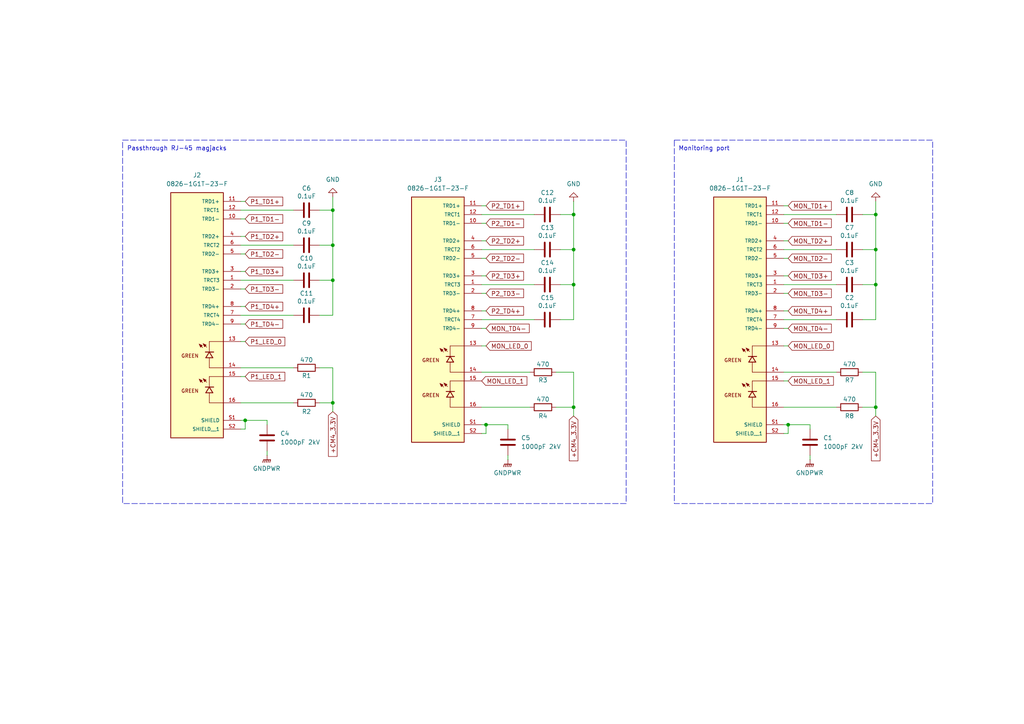
<source format=kicad_sch>
(kicad_sch (version 20231120) (generator "eeschema") (generator_version "8.0")
  (paper "A4")
  (title_block (title "Network Tap"))
  (lib_symbols
    (symbol "0826-1G1T-23-F:0826-1G1T-23-F" (pin_names (offset 1.016))
      (property "Reference" "J" (at -7.62 34.29 0))
      (property "Value" "0826-1G1T-23-F" (at -7.62 -39.37 0))
      (symbol "0826-1G1T-23-F_0_0"
        (rectangle (start -7.62 -38.1) (end 7.62 33.02) (stroke (width 0.254)) (fill (type background)))
        (polyline (pts (xy -3.556 -27.94) (xy -7.62 -27.94)) (stroke (width 0.1524)))
        (polyline (pts (xy -3.556 -27.94) (xy -3.556 -25.146)) (stroke (width 0.1524)))
        (polyline (pts (xy -3.556 -23.368) (xy -4.826 -23.368)) (stroke (width 0.254)))
        (polyline (pts (xy -3.556 -23.368) (xy -4.572 -25.019)) (stroke (width 0.254)))
        (polyline (pts (xy -3.556 -23.241) (xy -3.556 -20.32)) (stroke (width 0.1524)))
        (polyline (pts (xy -3.556 -20.32) (xy -7.62 -20.32)) (stroke (width 0.1524)))
        (polyline (pts (xy -3.556 -17.78) (xy -7.62 -17.78)) (stroke (width 0.1524)))
        (polyline (pts (xy -3.556 -17.78) (xy -3.556 -14.986)) (stroke (width 0.1524)))
        (polyline (pts (xy -3.556 -13.208) (xy -4.826 -13.208)) (stroke (width 0.254)))
        (polyline (pts (xy -3.556 -13.208) (xy -4.572 -14.859)) (stroke (width 0.254)))
        (polyline (pts (xy -3.556 -13.081) (xy -3.556 -10.16)) (stroke (width 0.1524)))
        (polyline (pts (xy -3.556 -10.16) (xy -7.62 -10.16)) (stroke (width 0.1524)))
        (polyline (pts (xy -2.794 -21.971) (xy -1.778 -20.955)) (stroke (width 0.1524)))
        (polyline (pts (xy -2.794 -11.811) (xy -1.778 -10.795)) (stroke (width 0.1524)))
        (polyline (pts (xy -2.54 -25.019) (xy -4.572 -25.019)) (stroke (width 0.254)))
        (polyline (pts (xy -2.54 -25.019) (xy -3.556 -23.368)) (stroke (width 0.254)))
        (polyline (pts (xy -2.54 -14.859) (xy -4.572 -14.859)) (stroke (width 0.254)))
        (polyline (pts (xy -2.54 -14.859) (xy -3.556 -13.208)) (stroke (width 0.254)))
        (polyline (pts (xy -2.413 -23.368) (xy -3.556 -23.368)) (stroke (width 0.254)))
        (polyline (pts (xy -2.413 -13.208) (xy -3.556 -13.208)) (stroke (width 0.254)))
        (polyline (pts (xy -1.651 -22.098) (xy -0.635 -21.082)) (stroke (width 0.1524)))
        (polyline (pts (xy -1.651 -11.938) (xy -0.635 -10.922)) (stroke (width 0.1524)))
        (polyline (pts (xy -1.778 -20.955) (xy -2.667 -21.336) (xy -2.159 -21.844) (xy -1.778 -20.955)) (stroke (width 0.1524)) (fill (type outline)))
        (polyline (pts (xy -1.778 -10.795) (xy -2.667 -11.176) (xy -2.159 -11.684) (xy -1.778 -10.795)) (stroke (width 0.1524)) (fill (type outline)))
        (polyline (pts (xy -0.635 -21.082) (xy -1.524 -21.463) (xy -1.016 -21.971) (xy -0.635 -21.082)) (stroke (width 0.1524)) (fill (type outline)))
        (polyline (pts (xy -0.635 -10.922) (xy -1.524 -11.303) (xy -1.016 -11.811) (xy -0.635 -10.922)) (stroke (width 0.1524)) (fill (type outline)))
        (text "GREEN" (at -0.508 -23.876 0) (effects (font (size 1.016 1.016)) (justify left top)))
        (text "GREEN" (at -0.508 -13.716 0) (effects (font (size 1.016 1.016)) (justify left top)))
        (pin passive line (at -12.7 7.62 0) (length 5.08) (name "TRCT3") (number "1"))
        (pin passive line (at -12.7 25.4 0) (length 5.08) (name "TRD1-") (number "10"))
        (pin passive line (at -12.7 30.48 0) (length 5.08) (name "TRD1+") (number "11"))
        (pin passive line (at -12.7 27.94 0) (length 5.08) (name "TRCT1") (number "12"))
        (pin passive line (at -12.7 -10.16 0) (length 5.08) (name "~") (number "13"))
        (pin passive line (at -12.7 -17.78 0) (length 5.08) (name "~") (number "14"))
        (pin passive line (at -12.7 -20.32 0) (length 5.08) (name "~") (number "15"))
        (pin passive line (at -12.7 -27.94 0) (length 5.08) (name "~") (number "16"))
        (pin passive line (at -12.7 5.08 0) (length 5.08) (name "TRD3-") (number "2"))
        (pin passive line (at -12.7 10.16 0) (length 5.08) (name "TRD3+") (number "3"))
        (pin passive line (at -12.7 20.32 0) (length 5.08) (name "TRD2+") (number "4"))
        (pin passive line (at -12.7 15.24 0) (length 5.08) (name "TRD2-") (number "5"))
        (pin passive line (at -12.7 17.78 0) (length 5.08) (name "TRCT2") (number "6"))
        (pin passive line (at -12.7 -2.54 0) (length 5.08) (name "TRCT4") (number "7"))
        (pin passive line (at -12.7 0 0) (length 5.08) (name "TRD4+") (number "8"))
        (pin passive line (at -12.7 -5.08 0) (length 5.08) (name "TRD4-") (number "9"))
        (pin passive line (at -12.7 -33.02 0) (length 5.08) (name "SHIELD") (number "S1"))
        (pin passive line (at -12.7 -35.56 0) (length 5.08) (name "SHIELD__1") (number "S2"))
      )
    )
    (symbol "Device:C" (pin_numbers hide) (pin_names (offset 0.254))
      (property "Reference" "C" (at 0.635 2.54 0))
      (property "Value" "C" (at 0.635 -2.54 0))
      (symbol "C_0_1"
        (polyline (pts (xy -2.032 -0.762) (xy 2.032 -0.762)) (stroke (width 0.508)))
        (polyline (pts (xy -2.032 0.762) (xy 2.032 0.762)) (stroke (width 0.508)))
      )
      (symbol "C_1_1"
        (pin passive line (at 0 3.81 270) (length 2.794) (name "~") (number "1"))
        (pin passive line (at 0 -3.81 90) (length 2.794) (name "~") (number "2"))
      )
    )
    (symbol "Device:R" (pin_numbers hide) (pin_names (offset 0))
      (property "Reference" "R" (at 2.032 0 90))
      (property "Value" "R" (at 0 0 90))
      (symbol "R_0_1"
        (rectangle (start -1.016 -2.54) (end 1.016 2.54) (stroke (width 0.254)))
      )
      (symbol "R_1_1"
        (pin passive line (at 0 3.81 270) (length 1.27) (name "~") (number "1"))
        (pin passive line (at 0 -3.81 90) (length 1.27) (name "~") (number "2"))
      )
    )
    (symbol "power:GND" (power) (pin_numbers hide) (pin_names (offset 0) hide)
      (property "Value" "GND" (at 0 -3.81 0))
      (symbol "GND_0_1"
        (polyline (pts (xy 0 0) (xy 0 -1.27) (xy 1.27 -1.27) (xy 0 -2.54) (xy -1.27 -1.27) (xy 0 -1.27)))
      )
      (symbol "GND_1_1"
        (pin power_in line (at 0 0 270) (length 0) (name "~") (number "1"))
      )
    )
    (symbol "power:GNDPWR" (power) (pin_numbers hide) (pin_names (offset 0) hide)
      (property "Value" "GNDPWR" (at 0 -3.302 0))
      (symbol "GNDPWR_0_1"
        (polyline (pts (xy 0 -1.27) (xy 0 0)))
        (polyline (pts (xy -1.016 -1.27) (xy -1.27 -2.032) (xy -1.27 -2.032)) (stroke (width 0.2032)))
        (polyline (pts (xy -0.508 -1.27) (xy -0.762 -2.032) (xy -0.762 -2.032)) (stroke (width 0.2032)))
        (polyline (pts (xy 0 -1.27) (xy -0.254 -2.032) (xy -0.254 -2.032)) (stroke (width 0.2032)))
        (polyline (pts (xy 0.508 -1.27) (xy 0.254 -2.032) (xy 0.254 -2.032)) (stroke (width 0.2032)))
        (polyline (pts (xy 1.016 -1.27) (xy -1.016 -1.27) (xy -1.016 -1.27)) (stroke (width 0.2032)))
        (polyline (pts (xy 1.016 -1.27) (xy 0.762 -2.032) (xy 0.762 -2.032) (xy 0.762 -2.032)) (stroke (width 0.2032)))
      )
      (symbol "GNDPWR_1_1"
        (pin power_in line (at 0 0 270) (length 0) (name "~") (number "1"))
      )
    )
  )
  (junction (at 71.12 121.92))
  (junction (at 96.52 71.12))
  (junction (at 254 72.39))
  (junction (at 96.52 116.84))
  (junction (at 166.37 118.11))
  (junction (at 96.52 60.96))
  (junction (at 254 62.23))
  (junction (at 96.52 81.28))
  (junction (at 166.37 82.55))
  (junction (at 254 82.55))
  (junction (at 166.37 62.23))
  (junction (at 140.97 123.19))
  (junction (at 228.6 123.19))
  (junction (at 254 118.11))
  (junction (at 166.37 72.39))
  (wire (pts (xy 153.67 118.11) (xy 139.7 118.11)))
  (wire (pts (xy 71.12 78.74) (xy 69.85 78.74)))
  (wire (pts (xy 71.12 109.22) (xy 69.85 109.22)))
  (wire (pts (xy 140.97 100.33) (xy 139.7 100.33)))
  (wire (pts (xy 254 118.11) (xy 254 120.65)))
  (wire (pts (xy 96.52 116.84) (xy 96.52 106.68)))
  (wire (pts (xy 228.6 125.73) (xy 227.33 125.73)))
  (wire (pts (xy 228.6 69.85) (xy 227.33 69.85)))
  (wire (pts (xy 139.7 82.55) (xy 154.94 82.55)))
  (wire (pts (xy 139.7 92.71) (xy 154.94 92.71)))
  (wire (pts (xy 71.12 93.98) (xy 69.85 93.98)))
  (wire (pts (xy 234.95 123.19) (xy 234.95 124.46)))
  (wire (pts (xy 227.33 123.19) (xy 228.6 123.19)))
  (wire (pts (xy 139.7 72.39) (xy 154.94 72.39)))
  (wire (pts (xy 227.33 82.55) (xy 242.57 82.55)))
  (wire (pts (xy 71.12 83.82) (xy 69.85 83.82)))
  (wire (pts (xy 147.32 123.19) (xy 147.32 124.46)))
  (wire (pts (xy 166.37 62.23) (xy 166.37 72.39)))
  (wire (pts (xy 254 72.39) (xy 254 82.55)))
  (wire (pts (xy 92.71 81.28) (xy 96.52 81.28)))
  (wire (pts (xy 140.97 123.19) (xy 147.32 123.19)))
  (wire (pts (xy 250.19 82.55) (xy 254 82.55)))
  (wire (pts (xy 242.57 107.95) (xy 227.33 107.95)))
  (wire (pts (xy 71.12 58.42) (xy 69.85 58.42)))
  (wire (pts (xy 162.56 82.55) (xy 166.37 82.55)))
  (wire (pts (xy 254 107.95) (xy 250.19 107.95)))
  (wire (pts (xy 69.85 60.96) (xy 85.09 60.96)))
  (wire (pts (xy 69.85 121.92) (xy 71.12 121.92)))
  (wire (pts (xy 228.6 64.77) (xy 227.33 64.77)))
  (wire (pts (xy 71.12 99.06) (xy 69.85 99.06)))
  (wire (pts (xy 162.56 62.23) (xy 166.37 62.23)))
  (wire (pts (xy 92.71 91.44) (xy 96.52 91.44)))
  (wire (pts (xy 242.57 118.11) (xy 227.33 118.11)))
  (wire (pts (xy 71.12 73.66) (xy 69.85 73.66)))
  (wire (pts (xy 96.52 106.68) (xy 92.71 106.68)))
  (wire (pts (xy 228.6 123.19) (xy 228.6 125.73)))
  (wire (pts (xy 166.37 82.55) (xy 166.37 92.71)))
  (wire (pts (xy 71.12 88.9) (xy 69.85 88.9)))
  (wire (pts (xy 140.97 80.01) (xy 139.7 80.01)))
  (wire (pts (xy 71.12 121.92) (xy 77.47 121.92)))
  (wire (pts (xy 71.12 124.46) (xy 69.85 124.46)))
  (wire (pts (xy 228.6 85.09) (xy 227.33 85.09)))
  (wire (pts (xy 96.52 60.96) (xy 96.52 57.15)))
  (wire (pts (xy 139.7 123.19) (xy 140.97 123.19)))
  (wire (pts (xy 166.37 120.65) (xy 166.37 118.11)))
  (wire (pts (xy 250.19 118.11) (xy 254 118.11)))
  (wire (pts (xy 228.6 90.17) (xy 227.33 90.17)))
  (wire (pts (xy 85.09 116.84) (xy 69.85 116.84)))
  (wire (pts (xy 166.37 72.39) (xy 162.56 72.39)))
  (wire (pts (xy 140.97 74.93) (xy 139.7 74.93)))
  (wire (pts (xy 69.85 91.44) (xy 85.09 91.44)))
  (wire (pts (xy 227.33 62.23) (xy 242.57 62.23)))
  (wire (pts (xy 69.85 81.28) (xy 85.09 81.28)))
  (wire (pts (xy 228.6 59.69) (xy 227.33 59.69)))
  (wire (pts (xy 161.29 118.11) (xy 166.37 118.11)))
  (wire (pts (xy 162.56 92.71) (xy 166.37 92.71)))
  (wire (pts (xy 96.52 81.28) (xy 96.52 91.44)))
  (wire (pts (xy 140.97 69.85) (xy 139.7 69.85)))
  (wire (pts (xy 153.67 107.95) (xy 139.7 107.95)))
  (wire (pts (xy 96.52 71.12) (xy 92.71 71.12)))
  (wire (pts (xy 96.52 60.96) (xy 96.52 71.12)))
  (wire (pts (xy 71.12 63.5) (xy 69.85 63.5)))
  (wire (pts (xy 254 62.23) (xy 254 72.39)))
  (wire (pts (xy 140.97 90.17) (xy 139.7 90.17)))
  (wire (pts (xy 166.37 72.39) (xy 166.37 82.55)))
  (wire (pts (xy 140.97 95.25) (xy 139.7 95.25)))
  (wire (pts (xy 71.12 68.58) (xy 69.85 68.58)))
  (wire (pts (xy 147.32 132.08) (xy 147.32 133.35)))
  (wire (pts (xy 254 118.11) (xy 254 107.95)))
  (wire (pts (xy 166.37 62.23) (xy 166.37 58.42)))
  (wire (pts (xy 92.71 60.96) (xy 96.52 60.96)))
  (wire (pts (xy 69.85 71.12) (xy 85.09 71.12)))
  (wire (pts (xy 228.6 74.93) (xy 227.33 74.93)))
  (wire (pts (xy 254 72.39) (xy 250.19 72.39)))
  (wire (pts (xy 85.09 106.68) (xy 69.85 106.68)))
  (wire (pts (xy 140.97 125.73) (xy 139.7 125.73)))
  (wire (pts (xy 254 62.23) (xy 254 58.42)))
  (wire (pts (xy 71.12 121.92) (xy 71.12 124.46)))
  (wire (pts (xy 77.47 121.92) (xy 77.47 123.19)))
  (wire (pts (xy 139.7 62.23) (xy 154.94 62.23)))
  (wire (pts (xy 234.95 132.08) (xy 234.95 133.35)))
  (wire (pts (xy 140.97 85.09) (xy 139.7 85.09)))
  (wire (pts (xy 140.97 59.69) (xy 139.7 59.69)))
  (wire (pts (xy 227.33 72.39) (xy 242.57 72.39)))
  (wire (pts (xy 96.52 116.84) (xy 96.52 119.38)))
  (wire (pts (xy 166.37 118.11) (xy 166.37 107.95)))
  (wire (pts (xy 250.19 92.71) (xy 254 92.71)))
  (wire (pts (xy 140.97 123.19) (xy 140.97 125.73)))
  (wire (pts (xy 96.52 71.12) (xy 96.52 81.28)))
  (wire (pts (xy 228.6 100.33) (xy 227.33 100.33)))
  (wire (pts (xy 77.47 130.81) (xy 77.47 132.08)))
  (wire (pts (xy 96.52 116.84) (xy 92.71 116.84)))
  (wire (pts (xy 228.6 123.19) (xy 234.95 123.19)))
  (wire (pts (xy 254 82.55) (xy 254 92.71)))
  (wire (pts (xy 227.33 92.71) (xy 242.57 92.71)))
  (wire (pts (xy 140.97 64.77) (xy 139.7 64.77)))
  (wire (pts (xy 166.37 107.95) (xy 161.29 107.95)))
  (wire (pts (xy 228.6 95.25) (xy 227.33 95.25)))
  (wire (pts (xy 228.6 110.49) (xy 227.33 110.49)))
  (wire (pts (xy 250.19 62.23) (xy 254 62.23)))
  (wire (pts (xy 228.6 80.01) (xy 227.33 80.01)))
  (rectangle (start 195.58 40.64) (end 270.51 146.05) (stroke (width 0) (type dash)))
  (rectangle (start 35.56 40.64) (end 181.61 146.05) (stroke (width 0) (type dash)))
  (text "Passthrough RJ-45 magjacks" (at 51.308 43.18 0) (effects (font (size 1.27 1.27))))
  (text "Monitoring port" (at 204.216 43.18 0) (effects (font (size 1.27 1.27))))
  (global_label "MON_TD3+" (shape input) (at 228.6 80.01 0) (property "Intersheetrefs" "${INTERSHEET_REFS}" (effects (hide yes))))
  (global_label "P1_TD1-" (shape input) (at 71.12 63.5 0) (property "Intersheetrefs" "${INTERSHEET_REFS}" (effects (hide yes))))
  (global_label "P2_TD4+" (shape input) (at 140.97 90.17 0) (property "Intersheetrefs" "${INTERSHEET_REFS}" (effects (hide yes))))
  (global_label "P1_TD3+" (shape input) (at 71.12 78.74 0) (property "Intersheetrefs" "${INTERSHEET_REFS}" (effects (hide yes))))
  (global_label "P2_TD3-" (shape input) (at 140.97 85.09 0) (property "Intersheetrefs" "${INTERSHEET_REFS}" (effects (hide yes))))
  (global_label "P1_LED_1" (shape input) (at 71.12 109.22 0) (property "Intersheetrefs" "${INTERSHEET_REFS}" (effects (hide yes))))
  (global_label "MON_TD1+" (shape input) (at 228.6 59.69 0) (property "Intersheetrefs" "${INTERSHEET_REFS}" (effects (hide yes))))
  (global_label "MON_TD2+" (shape input) (at 228.6 69.85 0) (property "Intersheetrefs" "${INTERSHEET_REFS}" (effects (hide yes))))
  (global_label "P2_TD3+" (shape input) (at 140.97 80.01 0) (property "Intersheetrefs" "${INTERSHEET_REFS}" (effects (hide yes))))
  (global_label "MON_TD4+" (shape input) (at 228.6 90.17 0) (property "Intersheetrefs" "${INTERSHEET_REFS}" (effects (hide yes))))
  (global_label "MON_TD2-" (shape input) (at 228.6 74.93 0) (property "Intersheetrefs" "${INTERSHEET_REFS}" (effects (hide yes))))
  (global_label "+CM4_3.3V" (shape input) (at 96.52 119.38 270) (property "Intersheetrefs" "${INTERSHEET_REFS}" (effects (hide yes))))
  (global_label "P2_TD2+" (shape input) (at 140.97 69.85 0) (property "Intersheetrefs" "${INTERSHEET_REFS}" (effects (hide yes))))
  (global_label "MON_LED_0" (shape input) (at 140.97 100.33 0) (property "Intersheetrefs" "${INTERSHEET_REFS}" (effects (hide yes))))
  (global_label "P1_TD2+" (shape input) (at 71.12 68.58 0) (property "Intersheetrefs" "${INTERSHEET_REFS}" (effects (hide yes))))
  (global_label "P1_TD1+" (shape input) (at 71.12 58.42 0) (property "Intersheetrefs" "${INTERSHEET_REFS}" (effects (hide yes))))
  (global_label "P1_TD3-" (shape input) (at 71.12 83.82 0) (property "Intersheetrefs" "${INTERSHEET_REFS}" (effects (hide yes))))
  (global_label "P2_TD1+" (shape input) (at 140.97 59.69 0) (property "Intersheetrefs" "${INTERSHEET_REFS}" (effects (hide yes))))
  (global_label "P2_TD2-" (shape input) (at 140.97 74.93 0) (property "Intersheetrefs" "${INTERSHEET_REFS}" (effects (hide yes))))
  (global_label "P1_LED_0" (shape input) (at 71.12 99.06 0) (property "Intersheetrefs" "${INTERSHEET_REFS}" (effects (hide yes))))
  (global_label "+CM4_3.3V" (shape input) (at 254 120.65 270) (property "Intersheetrefs" "${INTERSHEET_REFS}" (effects (hide yes))))
  (global_label "MON_LED_0" (shape input) (at 228.6 100.33 0) (property "Intersheetrefs" "${INTERSHEET_REFS}" (effects (hide yes))))
  (global_label "MON_LED_1" (shape input) (at 228.6 110.49 0) (property "Intersheetrefs" "${INTERSHEET_REFS}" (effects (hide yes))))
  (global_label "+CM4_3.3V" (shape input) (at 166.37 120.65 270) (property "Intersheetrefs" "${INTERSHEET_REFS}" (effects (hide yes))))
  (global_label "MON_TD1-" (shape input) (at 228.6 64.77 0) (property "Intersheetrefs" "${INTERSHEET_REFS}" (effects (hide yes))))
  (global_label "P1_TD4+" (shape input) (at 71.12 88.9 0) (property "Intersheetrefs" "${INTERSHEET_REFS}" (effects (hide yes))))
  (global_label "P1_TD2-" (shape input) (at 71.12 73.66 0) (property "Intersheetrefs" "${INTERSHEET_REFS}" (effects (hide yes))))
  (global_label "MON_TD3-" (shape input) (at 228.6 85.09 0) (property "Intersheetrefs" "${INTERSHEET_REFS}" (effects (hide yes))))
  (global_label "P2_TD1-" (shape input) (at 140.97 64.77 0) (property "Intersheetrefs" "${INTERSHEET_REFS}" (effects (hide yes))))
  (global_label "MON_LED_1" (shape input) (at 139.7 110.49 0) (property "Intersheetrefs" "${INTERSHEET_REFS}" (effects (hide yes))))
  (global_label "MON_TD4-" (shape input) (at 140.97 95.25 0) (property "Intersheetrefs" "${INTERSHEET_REFS}" (effects (hide yes))))
  (global_label "MON_TD4-" (shape input) (at 228.6 95.25 0) (property "Intersheetrefs" "${INTERSHEET_REFS}" (effects (hide yes))))
  (global_label "P1_TD4-" (shape input) (at 71.12 93.98 0) (property "Intersheetrefs" "${INTERSHEET_REFS}" (effects (hide yes))))
  (symbol (lib_id "Device:C") (at 88.9 71.12 90) (unit 1)
    (property "Reference" "C9" (at 88.9 64.77 90))
    (property "Value" "0.1uF" (at 88.9 67.056 90))
    (property "Description" "Unpolarized capacitor" (effects (hide yes)))
  )
  (symbol (lib_id "Device:R") (at 157.48 118.11 90) (unit 1)
    (property "Reference" "R4" (at 157.48 120.65 90))
    (property "Value" "470" (at 157.48 115.824 90))
    (property "Description" "Resistor" (effects (hide yes)))
  )
  (symbol (lib_id "Device:C") (at 88.9 60.96 90) (unit 1)
    (property "Reference" "C6" (at 88.9 54.61 90))
    (property "Value" "0.1uF" (at 88.9 56.896 90))
    (property "Description" "Unpolarized capacitor" (effects (hide yes)))
  )
  (symbol (lib_id "Device:C") (at 77.47 127 0) (unit 1)
    (property "Reference" "C4" (at 81.28 125.7299 0) (effects (justify left)))
    (property "Value" "1000pF 2kV" (at 81.28 128.2699 0) (effects (justify left)))
    (property "Description" "Unpolarized capacitor" (effects (hide yes)))
  )
  (symbol (lib_id "0826-1G1T-23-F:0826-1G1T-23-F") (at 127 90.17 0) (mirror y) (unit 1)
    (property "Reference" "J3" (at 127 52.07 0))
    (property "Value" "0826-1G1T-23-F" (at 127 54.61 0))
    (property "Footprint" "0826-1G1T-23-F:BEL_0826-1G1T-23-F" (effects (hide yes)))
    (property "MF" "Bel Magnetic Solutions" (effects (hide yes)))
    (property "DESCRIPTION" "MagJack 1000BASE-T | 1X1 | G/G | Tab Up | RoHS" (effects (hide yes)))
    (property "PACKAGE" "None" (effects (hide yes)))
    (property "PRICE" "None" (effects (hide yes)))
    (property "MP" "0826-1G1T-23-F" (effects (hide yes)))
    (property "AVAILABILITY" "Unavailable" (effects (hide yes)))
  )
  (symbol (lib_id "Device:C") (at 158.75 92.71 90) (unit 1)
    (property "Reference" "C15" (at 158.75 86.36 90))
    (property "Value" "0.1uF" (at 158.75 88.646 90))
    (property "Description" "Unpolarized capacitor" (effects (hide yes)))
  )
  (symbol (lib_id "power:GNDPWR") (at 77.47 132.08 0) (unit 1)
    (property "Reference" "#PWR04" (effects (hide yes)))
    (property "Value" "GNDPWR" (at 77.343 135.89 0))
    (property "Description" "Power symbol creates a global label with name \"GNDPWR\" , global ground" (effects (hide yes)))
  )
  (symbol (lib_id "Device:R") (at 246.38 118.11 90) (unit 1)
    (property "Reference" "R8" (at 246.38 120.65 90))
    (property "Value" "470" (at 246.38 115.824 90))
    (property "Description" "Resistor" (effects (hide yes)))
  )
  (symbol (lib_id "Device:R") (at 246.38 107.95 90) (unit 1)
    (property "Reference" "R7" (at 246.38 110.236 90))
    (property "Value" "470" (at 246.38 105.664 90))
    (property "Description" "Resistor" (effects (hide yes)))
  )
  (symbol (lib_id "Device:C") (at 158.75 62.23 90) (unit 1)
    (property "Reference" "C12" (at 158.75 55.88 90))
    (property "Value" "0.1uF" (at 158.75 58.166 90))
    (property "Description" "Unpolarized capacitor" (effects (hide yes)))
  )
  (symbol (lib_id "0826-1G1T-23-F:0826-1G1T-23-F") (at 57.15 88.9 0) (mirror y) (unit 1)
    (property "Reference" "J2" (at 57.15 50.8 0))
    (property "Value" "0826-1G1T-23-F" (at 57.15 53.34 0))
    (property "Footprint" "0826-1G1T-23-F:BEL_0826-1G1T-23-F" (effects (hide yes)))
    (property "MF" "Bel Magnetic Solutions" (effects (hide yes)))
    (property "DESCRIPTION" "MagJack 1000BASE-T | 1X1 | G/G | Tab Up | RoHS" (effects (hide yes)))
    (property "PACKAGE" "None" (effects (hide yes)))
    (property "PRICE" "None" (effects (hide yes)))
    (property "MP" "0826-1G1T-23-F" (effects (hide yes)))
    (property "AVAILABILITY" "Unavailable" (effects (hide yes)))
  )
  (symbol (lib_id "Device:C") (at 246.38 72.39 90) (unit 1)
    (property "Reference" "C7" (at 246.38 66.04 90))
    (property "Value" "0.1uF" (at 246.38 68.326 90))
    (property "Description" "Unpolarized capacitor" (effects (hide yes)))
  )
  (symbol (lib_id "power:GND") (at 166.37 58.42 180) (unit 1)
    (property "Reference" "#PWR09" (effects (hide yes)))
    (property "Value" "GND" (at 166.37 53.34 0))
    (property "Description" "Power symbol creates a global label with name \"GND\" , ground" (effects (hide yes)))
  )
  (symbol (lib_id "Device:C") (at 246.38 82.55 90) (unit 1)
    (property "Reference" "C3" (at 246.38 76.2 90))
    (property "Value" "0.1uF" (at 246.38 78.486 90))
    (property "Description" "Unpolarized capacitor" (effects (hide yes)))
  )
  (symbol (lib_id "power:GNDPWR") (at 234.95 133.35 0) (unit 1)
    (property "Reference" "#PWR02" (effects (hide yes)))
    (property "Value" "GNDPWR" (at 234.823 137.16 0))
    (property "Description" "Power symbol creates a global label with name \"GNDPWR\" , global ground" (effects (hide yes)))
  )
  (symbol (lib_id "power:GNDPWR") (at 147.32 133.35 0) (unit 1)
    (property "Reference" "#PWR07" (effects (hide yes)))
    (property "Value" "GNDPWR" (at 147.193 137.16 0))
    (property "Description" "Power symbol creates a global label with name \"GNDPWR\" , global ground" (effects (hide yes)))
  )
  (symbol (lib_id "Device:C") (at 88.9 91.44 90) (unit 1)
    (property "Reference" "C11" (at 88.9 85.09 90))
    (property "Value" "0.1uF" (at 88.9 87.376 90))
    (property "Description" "Unpolarized capacitor" (effects (hide yes)))
  )
  (symbol (lib_id "0826-1G1T-23-F:0826-1G1T-23-F") (at 214.63 90.17 0) (mirror y) (unit 1)
    (property "Reference" "J1" (at 214.63 52.07 0))
    (property "Value" "0826-1G1T-23-F" (at 214.63 54.61 0))
    (property "Footprint" "0826-1G1T-23-F:BEL_0826-1G1T-23-F" (effects (hide yes)))
    (property "MF" "Bel Magnetic Solutions" (effects (hide yes)))
    (property "DESCRIPTION" "MagJack 1000BASE-T | 1X1 | G/G | Tab Up | RoHS" (effects (hide yes)))
    (property "PACKAGE" "None" (effects (hide yes)))
    (property "PRICE" "None" (effects (hide yes)))
    (property "MP" "0826-1G1T-23-F" (effects (hide yes)))
    (property "AVAILABILITY" "Unavailable" (effects (hide yes)))
  )
  (symbol (lib_id "Device:C") (at 246.38 62.23 90) (unit 1)
    (property "Reference" "C8" (at 246.38 55.88 90))
    (property "Value" "0.1uF" (at 246.38 58.166 90))
    (property "Description" "Unpolarized capacitor" (effects (hide yes)))
  )
  (symbol (lib_id "Device:R") (at 88.9 116.84 90) (unit 1)
    (property "Reference" "R2" (at 88.9 119.38 90))
    (property "Value" "470" (at 88.9 114.554 90))
    (property "Description" "Resistor" (effects (hide yes)))
  )
  (symbol (lib_id "Device:C") (at 158.75 72.39 90) (unit 1)
    (property "Reference" "C13" (at 158.75 66.04 90))
    (property "Value" "0.1uF" (at 158.75 68.326 90))
    (property "Description" "Unpolarized capacitor" (effects (hide yes)))
  )
  (symbol (lib_id "Device:C") (at 246.38 92.71 90) (unit 1)
    (property "Reference" "C2" (at 246.38 86.36 90))
    (property "Value" "0.1uF" (at 246.38 88.646 90))
    (property "Description" "Unpolarized capacitor" (effects (hide yes)))
  )
  (symbol (lib_id "Device:C") (at 158.75 82.55 90) (unit 1)
    (property "Reference" "C14" (at 158.75 76.2 90))
    (property "Value" "0.1uF" (at 158.75 78.486 90))
    (property "Description" "Unpolarized capacitor" (effects (hide yes)))
  )
  (symbol (lib_id "Device:C") (at 147.32 128.27 0) (unit 1)
    (property "Reference" "C5" (at 151.13 126.9999 0) (effects (justify left)))
    (property "Value" "1000pF 2kV" (at 151.13 129.5399 0) (effects (justify left)))
    (property "Description" "Unpolarized capacitor" (effects (hide yes)))
  )
  (symbol (lib_id "Device:R") (at 88.9 106.68 90) (unit 1)
    (property "Reference" "R1" (at 88.9 108.966 90))
    (property "Value" "470" (at 88.9 104.394 90))
    (property "Description" "Resistor" (effects (hide yes)))
  )
  (symbol (lib_id "Device:R") (at 157.48 107.95 90) (unit 1)
    (property "Reference" "R3" (at 157.48 110.236 90))
    (property "Value" "470" (at 157.48 105.664 90))
    (property "Description" "Resistor" (effects (hide yes)))
  )
  (symbol (lib_id "power:GND") (at 96.52 57.15 180) (unit 1)
    (property "Reference" "#PWR06" (effects (hide yes)))
    (property "Value" "GND" (at 96.52 52.07 0))
    (property "Description" "Power symbol creates a global label with name \"GND\" , ground" (effects (hide yes)))
  )
  (symbol (lib_id "power:GND") (at 254 58.42 180) (unit 1)
    (property "Reference" "#PWR03" (effects (hide yes)))
    (property "Value" "GND" (at 254 53.34 0))
    (property "Description" "Power symbol creates a global label with name \"GND\" , ground" (effects (hide yes)))
  )
  (symbol (lib_id "Device:C") (at 88.9 81.28 90) (unit 1)
    (property "Reference" "C10" (at 88.9 74.93 90))
    (property "Value" "0.1uF" (at 88.9 77.216 90))
    (property "Description" "Unpolarized capacitor" (effects (hide yes)))
  )
  (symbol (lib_id "Device:C") (at 234.95 128.27 0) (unit 1)
    (property "Reference" "C1" (at 238.76 126.9999 0) (effects (justify left)))
    (property "Value" "1000pF 2kV" (at 238.76 129.5399 0) (effects (justify left)))
    (property "Description" "Unpolarized capacitor" (effects (hide yes)))
  )
)
</source>
